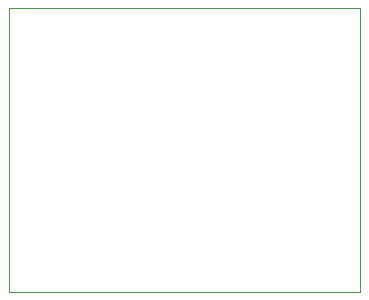
<source format=gbr>
%TF.GenerationSoftware,KiCad,Pcbnew,7.0.7*%
%TF.CreationDate,2023-08-24T02:08:32-05:00*%
%TF.ProjectId,psxpress-pms,70737870-7265-4737-932d-706d732e6b69,rev?*%
%TF.SameCoordinates,Original*%
%TF.FileFunction,Profile,NP*%
%FSLAX46Y46*%
G04 Gerber Fmt 4.6, Leading zero omitted, Abs format (unit mm)*
G04 Created by KiCad (PCBNEW 7.0.7) date 2023-08-24 02:08:32*
%MOMM*%
%LPD*%
G01*
G04 APERTURE LIST*
%TA.AperFunction,Profile*%
%ADD10C,0.100000*%
%TD*%
G04 APERTURE END LIST*
D10*
X50303780Y-41878748D02*
X79954180Y-41878748D01*
X79954180Y-65978748D01*
X50303780Y-65978748D01*
X50303780Y-41878748D01*
M02*

</source>
